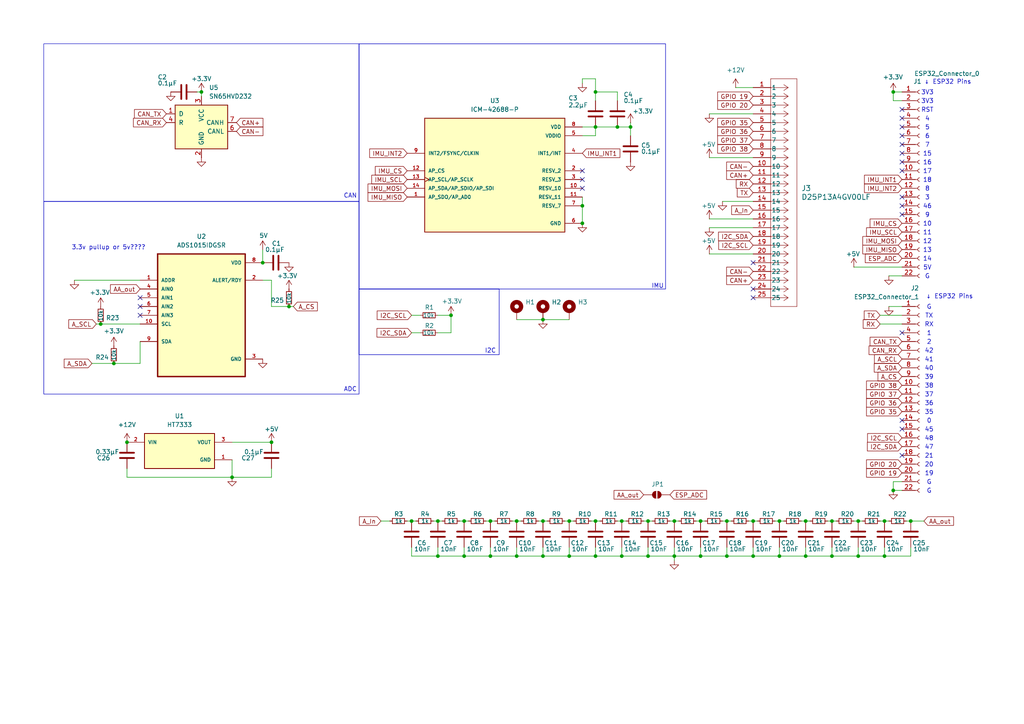
<source format=kicad_sch>
(kicad_sch (version 20231120) (generator "eeschema") (generator_version "8.0")
  (paper "A4")
  (title_block (title "SSS_HAT") (date "2024-11-05") (rev "1.0") (company "Dallas Formula Racing") (comment 1 "By: Will Everson"))
  (junction (at 259.08 26.67))
  (junction (at 195.58 161.29))
  (junction (at 67.31 138.43))
  (junction (at 218.44 151.13))
  (junction (at 210.82 161.29))
  (junction (at 172.72 161.29))
  (junction (at 149.86 151.13))
  (junction (at 172.72 26.67))
  (junction (at 256.54 161.29))
  (junction (at 264.16 151.13))
  (junction (at 83.82 88.9))
  (junction (at 180.34 151.13))
  (junction (at 248.92 161.29))
  (junction (at 142.24 161.29))
  (junction (at 119.38 151.13))
  (junction (at 172.72 151.13))
  (junction (at 58.42 26.67))
  (junction (at 180.34 161.29))
  (junction (at 172.72 36.83))
  (junction (at 127 161.29))
  (junction (at 195.58 151.13))
  (junction (at 241.3 161.29))
  (junction (at 187.96 161.29))
  (junction (at 127 151.13))
  (junction (at 241.3 151.13))
  (junction (at 165.1 151.13))
  (junction (at 157.48 161.29))
  (junction (at 248.92 151.13))
  (junction (at 165.1 161.29))
  (junction (at 134.62 161.29))
  (junction (at 182.88 36.83))
  (junction (at 233.68 151.13))
  (junction (at 226.06 151.13))
  (junction (at 149.86 161.29))
  (junction (at 259.08 142.24))
  (junction (at 157.48 151.13))
  (junction (at 256.54 151.13))
  (junction (at 168.91 64.77))
  (junction (at 36.83 128.27))
  (junction (at 218.44 161.29))
  (junction (at 157.48 92.71))
  (junction (at 78.74 128.27))
  (junction (at 210.82 151.13))
  (junction (at 142.24 151.13))
  (junction (at 168.91 59.69))
  (junction (at 179.07 36.83))
  (junction (at 226.06 161.29))
  (junction (at 130.81 91.44))
  (junction (at 76.2 76.2))
  (junction (at 203.2 161.29))
  (junction (at 233.68 161.29))
  (junction (at 187.96 151.13))
  (junction (at 203.2 151.13))
  (junction (at 33.02 105.41))
  (junction (at 134.62 151.13))
  (junction (at 29.21 93.98))
  (no_connect (at 261.62 132.08))
  (no_connect (at 40.64 86.36))
  (no_connect (at 168.91 49.53))
  (no_connect (at 261.62 31.75))
  (no_connect (at 40.64 91.44))
  (no_connect (at 168.91 52.07))
  (no_connect (at 218.44 83.82))
  (no_connect (at 261.62 39.37))
  (no_connect (at 261.62 57.15))
  (no_connect (at 261.62 41.91))
  (no_connect (at 261.62 62.23))
  (no_connect (at 261.62 49.53))
  (no_connect (at 168.91 54.61))
  (no_connect (at 261.62 46.99))
  (no_connect (at 261.62 124.46))
  (no_connect (at 261.62 44.45))
  (no_connect (at 261.62 59.69))
  (no_connect (at 218.44 76.2))
  (no_connect (at 261.62 121.92))
  (no_connect (at 261.62 34.29))
  (no_connect (at 218.44 86.36))
  (no_connect (at 261.62 96.52))
  (no_connect (at 40.64 88.9))
  (no_connect (at 261.62 36.83))
  (wire (pts (xy 133.35 151.13) (xy 134.62 151.13)))
  (wire (pts (xy 172.72 26.67) (xy 179.07 26.67)))
  (wire (pts (xy 125.73 151.13) (xy 127 151.13)))
  (wire (pts (xy 248.92 158.75) (xy 248.92 161.29)))
  (wire (pts (xy 172.72 161.29) (xy 165.1 161.29)))
  (wire (pts (xy 127 96.52) (xy 130.81 96.52)))
  (wire (pts (xy 165.1 161.29) (xy 157.48 161.29)))
  (wire (pts (xy 67.31 138.43) (xy 78.74 138.43)))
  (wire (pts (xy 149.86 151.13) (xy 151.13 151.13)))
  (wire (pts (xy 205.74 73.66) (xy 218.44 73.66)))
  (wire (pts (xy 156.21 151.13) (xy 157.48 151.13)))
  (wire (pts (xy 140.97 151.13) (xy 142.24 151.13)))
  (wire (pts (xy 203.2 158.75) (xy 203.2 161.29)))
  (wire (pts (xy 264.16 151.13) (xy 262.89 151.13)))
  (wire (pts (xy 58.42 27.94) (xy 58.42 26.67)))
  (wire (pts (xy 201.93 151.13) (xy 203.2 151.13)))
  (wire (pts (xy 179.07 36.83) (xy 172.72 36.83)))
  (wire (pts (xy 27.94 93.98) (xy 29.21 93.98)))
  (wire (pts (xy 203.2 151.13) (xy 204.47 151.13)))
  (wire (pts (xy 217.17 151.13) (xy 218.44 151.13)))
  (wire (pts (xy 148.59 151.13) (xy 149.86 151.13)))
  (wire (pts (xy 264.16 158.75) (xy 264.16 161.29)))
  (wire (pts (xy 119.38 91.44) (xy 121.92 91.44)))
  (wire (pts (xy 233.68 161.29) (xy 226.06 161.29)))
  (wire (pts (xy 134.62 158.75) (xy 134.62 161.29)))
  (wire (pts (xy 142.24 161.29) (xy 134.62 161.29)))
  (wire (pts (xy 248.92 151.13) (xy 250.19 151.13)))
  (wire (pts (xy 261.62 139.7) (xy 259.08 139.7)))
  (wire (pts (xy 142.24 151.13) (xy 143.51 151.13)))
  (wire (pts (xy 259.08 139.7) (xy 259.08 142.24)))
  (wire (pts (xy 180.34 161.29) (xy 172.72 161.29)))
  (wire (pts (xy 218.44 161.29) (xy 210.82 161.29)))
  (wire (pts (xy 264.16 151.13) (xy 267.97 151.13)))
  (wire (pts (xy 241.3 158.75) (xy 241.3 161.29)))
  (wire (pts (xy 218.44 151.13) (xy 219.71 151.13)))
  (wire (pts (xy 179.07 151.13) (xy 180.34 151.13)))
  (wire (pts (xy 163.83 151.13) (xy 165.1 151.13)))
  (wire (pts (xy 26.67 105.41) (xy 33.02 105.41)))
  (wire (pts (xy 83.82 88.9) (xy 78.74 88.9)))
  (wire (pts (xy 264.16 161.29) (xy 256.54 161.29)))
  (wire (pts (xy 186.69 151.13) (xy 187.96 151.13)))
  (wire (pts (xy 40.64 105.41) (xy 40.64 99.06)))
  (wire (pts (xy 36.83 135.89) (xy 36.83 138.43)))
  (wire (pts (xy 157.48 161.29) (xy 149.86 161.29)))
  (wire (pts (xy 259.08 142.24) (xy 261.62 142.24)))
  (wire (pts (xy 233.68 151.13) (xy 234.95 151.13)))
  (wire (pts (xy 171.45 151.13) (xy 172.72 151.13)))
  (wire (pts (xy 213.36 25.4) (xy 218.44 25.4)))
  (wire (pts (xy 210.82 158.75) (xy 210.82 161.29)))
  (wire (pts (xy 130.81 96.52) (xy 130.81 91.44)))
  (wire (pts (xy 210.82 161.29) (xy 203.2 161.29)))
  (wire (pts (xy 172.72 29.21) (xy 172.72 26.67)))
  (wire (pts (xy 33.02 105.41) (xy 40.64 105.41)))
  (wire (pts (xy 127 161.29) (xy 119.38 161.29)))
  (wire (pts (xy 127 158.75) (xy 127 161.29)))
  (wire (pts (xy 240.03 151.13) (xy 241.3 151.13)))
  (wire (pts (xy 78.74 81.28) (xy 78.74 88.9)))
  (wire (pts (xy 119.38 151.13) (xy 120.65 151.13)))
  (wire (pts (xy 149.86 158.75) (xy 149.86 161.29)))
  (wire (pts (xy 259.08 26.67) (xy 261.62 26.67)))
  (wire (pts (xy 205.74 33.02) (xy 218.44 33.02)))
  (wire (pts (xy 149.86 92.71) (xy 157.48 92.71)))
  (wire (pts (xy 257.81 88.9) (xy 261.62 88.9)))
  (wire (pts (xy 168.91 39.37) (xy 172.72 39.37)))
  (wire (pts (xy 241.3 151.13) (xy 242.57 151.13)))
  (wire (pts (xy 134.62 151.13) (xy 135.89 151.13)))
  (wire (pts (xy 195.58 161.29) (xy 195.58 162.56)))
  (wire (pts (xy 157.48 151.13) (xy 158.75 151.13)))
  (wire (pts (xy 233.68 158.75) (xy 233.68 161.29)))
  (wire (pts (xy 224.79 151.13) (xy 226.06 151.13)))
  (wire (pts (xy 168.91 22.86) (xy 168.91 24.13)))
  (wire (pts (xy 149.86 161.29) (xy 142.24 161.29)))
  (wire (pts (xy 134.62 161.29) (xy 127 161.29)))
  (wire (pts (xy 165.1 151.13) (xy 166.37 151.13)))
  (wire (pts (xy 127 151.13) (xy 128.27 151.13)))
  (wire (pts (xy 172.72 151.13) (xy 173.99 151.13)))
  (wire (pts (xy 255.27 91.44) (xy 261.62 91.44)))
  (wire (pts (xy 182.88 35.56) (xy 182.88 36.83)))
  (wire (pts (xy 187.96 158.75) (xy 187.96 161.29)))
  (wire (pts (xy 165.1 158.75) (xy 165.1 161.29)))
  (wire (pts (xy 226.06 158.75) (xy 226.06 161.29)))
  (wire (pts (xy 195.58 161.29) (xy 195.58 158.75)))
  (wire (pts (xy 205.74 66.04) (xy 218.44 66.04)))
  (wire (pts (xy 172.72 22.86) (xy 168.91 22.86)))
  (wire (pts (xy 259.08 29.21) (xy 259.08 26.67)))
  (wire (pts (xy 187.96 161.29) (xy 195.58 161.29)))
  (wire (pts (xy 67.31 133.35) (xy 67.31 138.43)))
  (wire (pts (xy 127 91.44) (xy 130.81 91.44)))
  (wire (pts (xy 187.96 161.29) (xy 180.34 161.29)))
  (wire (pts (xy 157.48 92.71) (xy 165.1 92.71)))
  (wire (pts (xy 78.74 81.28) (xy 76.2 81.28)))
  (wire (pts (xy 182.88 36.83) (xy 182.88 39.37)))
  (wire (pts (xy 194.31 151.13) (xy 195.58 151.13)))
  (wire (pts (xy 168.91 57.15) (xy 168.91 59.69)))
  (wire (pts (xy 255.27 93.98) (xy 261.62 93.98)))
  (wire (pts (xy 205.74 63.5) (xy 218.44 63.5)))
  (wire (pts (xy 110.49 151.13) (xy 113.03 151.13)))
  (wire (pts (xy 248.92 161.29) (xy 241.3 161.29)))
  (wire (pts (xy 172.72 158.75) (xy 172.72 161.29)))
  (wire (pts (xy 255.27 151.13) (xy 256.54 151.13)))
  (wire (pts (xy 241.3 161.29) (xy 233.68 161.29)))
  (wire (pts (xy 247.65 77.47) (xy 261.62 77.47)))
  (wire (pts (xy 205.74 45.72) (xy 218.44 45.72)))
  (wire (pts (xy 195.58 151.13) (xy 196.85 151.13)))
  (wire (pts (xy 256.54 161.29) (xy 248.92 161.29)))
  (wire (pts (xy 78.74 138.43) (xy 78.74 135.89)))
  (wire (pts (xy 119.38 96.52) (xy 121.92 96.52)))
  (wire (pts (xy 182.88 36.83) (xy 179.07 36.83)))
  (wire (pts (xy 76.2 72.39) (xy 76.2 76.2)))
  (wire (pts (xy 142.24 158.75) (xy 142.24 161.29)))
  (wire (pts (xy 209.55 151.13) (xy 210.82 151.13)))
  (wire (pts (xy 58.42 26.67) (xy 57.15 26.67)))
  (wire (pts (xy 40.64 81.28) (xy 21.59 81.28)))
  (wire (pts (xy 119.38 161.29) (xy 119.38 158.75)))
  (wire (pts (xy 172.72 26.67) (xy 172.72 22.86)))
  (wire (pts (xy 210.82 151.13) (xy 212.09 151.13)))
  (wire (pts (xy 187.96 151.13) (xy 189.23 151.13)))
  (wire (pts (xy 257.81 80.01) (xy 261.62 80.01)))
  (wire (pts (xy 29.21 93.98) (xy 40.64 93.98)))
  (wire (pts (xy 172.72 36.83) (xy 168.91 36.83)))
  (wire (pts (xy 180.34 158.75) (xy 180.34 161.29)))
  (wire (pts (xy 85.09 88.9) (xy 83.82 88.9)))
  (wire (pts (xy 232.41 151.13) (xy 233.68 151.13)))
  (wire (pts (xy 261.62 29.21) (xy 259.08 29.21)))
  (wire (pts (xy 67.31 128.27) (xy 78.74 128.27)))
  (wire (pts (xy 203.2 161.29) (xy 195.58 161.29)))
  (wire (pts (xy 256.54 158.75) (xy 256.54 161.29)))
  (wire (pts (xy 209.55 58.42) (xy 218.44 58.42)))
  (wire (pts (xy 168.91 59.69) (xy 168.91 64.77)))
  (wire (pts (xy 218.44 158.75) (xy 218.44 161.29)))
  (wire (pts (xy 172.72 36.83) (xy 172.72 39.37)))
  (wire (pts (xy 226.06 161.29) (xy 218.44 161.29)))
  (wire (pts (xy 256.54 151.13) (xy 257.81 151.13)))
  (wire (pts (xy 118.11 151.13) (xy 119.38 151.13)))
  (wire (pts (xy 157.48 158.75) (xy 157.48 161.29)))
  (wire (pts (xy 180.34 151.13) (xy 181.61 151.13)))
  (wire (pts (xy 36.83 138.43) (xy 67.31 138.43)))
  (wire (pts (xy 179.07 26.67) (xy 179.07 29.21)))
  (wire (pts (xy 226.06 151.13) (xy 227.33 151.13)))
  (wire (pts (xy 247.65 151.13) (xy 248.92 151.13)))
  (rectangle (start 12.7 58.42) (end 104.14 114.3))
  (rectangle (start 104.14 83.82) (end 144.78 102.87))
  (rectangle (start 12.7 12.7) (end 104.14 58.42) (stroke (width 0.127)))
  (rectangle (start 104.14 12.7) (end 193.04 83.82))
  (text "47" (at 269.494 129.794 0) (effects (font (size 1.27 1.27))))
  (text "45" (at 269.494 124.714 0) (effects (font (size 1.27 1.27))))
  (text "1" (at 269.494 96.774 0) (effects (font (size 1.27 1.27))))
  (text "35" (at 269.494 119.634 0) (effects (font (size 1.27 1.27))))
  (text "37" (at 269.494 114.554 0) (effects (font (size 1.27 1.27))))
  (text "42" (at 269.494 101.854 0) (effects (font (size 1.27 1.27))))
  (text "↓ ESP32 Pins\n" (at 274.828 23.876 0) (effects (font (size 1.27 1.27))))
  (text "7" (at 268.986 42.164 0) (effects (font (size 1.27 1.27))))
  (text "3V3" (at 268.986 26.924 0) (effects (font (size 1.27 1.27))))
  (text "48" (at 269.494 127.254 0) (effects (font (size 1.27 1.27))))
  (text "3.3v pullup or 5v????" (at 31.496 71.882 0) (effects (font (size 1.27 1.27))))
  (text "38" (at 269.494 112.014 0) (effects (font (size 1.27 1.27))))
  (text "3" (at 268.986 57.404 0) (effects (font (size 1.27 1.27))))
  (text "20" (at 269.494 134.874 0) (effects (font (size 1.27 1.27))))
  (text "36" (at 269.494 117.094 0) (effects (font (size 1.27 1.27))))
  (text "G" (at 269.494 139.954 0) (effects (font (size 1.27 1.27))))
  (text "14" (at 268.986 75.184 0) (effects (font (size 1.27 1.27))))
  (text "TX" (at 269.494 91.694 0) (effects (font (size 1.27 1.27))))
  (text "RX" (at 269.494 94.234 0) (effects (font (size 1.27 1.27))))
  (text "G\n" (at 269.494 89.154 0) (effects (font (size 1.27 1.27))))
  (text "18" (at 268.986 52.324 0) (effects (font (size 1.27 1.27))))
  (text "16" (at 268.986 47.244 0) (effects (font (size 1.27 1.27))))
  (text "↓ ESP32 Pins\n" (at 275.336 86.106 0) (effects (font (size 1.27 1.27))))
  (text "41" (at 269.494 104.394 0) (effects (font (size 1.27 1.27))))
  (text "5" (at 268.986 37.084 0) (effects (font (size 1.27 1.27))))
  (text "3V3" (at 268.986 29.464 0) (effects (font (size 1.27 1.27))))
  (text "39" (at 269.494 109.474 0) (effects (font (size 1.27 1.27))))
  (text "5V" (at 268.986 77.724 0) (effects (font (size 1.27 1.27))))
  (text "10" (at 268.986 65.024 0) (effects (font (size 1.27 1.27))))
  (text "0" (at 269.494 122.174 0) (effects (font (size 1.27 1.27))))
  (text "ADC" (at 101.6 113.03 0) (effects (font (size 1.27 1.27))))
  (text "I2C" (at 142.24 101.854 0) (effects (font (size 1.27 1.27))))
  (text "8" (at 268.986 54.864 0) (effects (font (size 1.27 1.27))))
  (text "CAN" (at 101.6 56.896 0) (effects (font (size 1.27 1.27))))
  (text "9" (at 268.986 62.484 0) (effects (font (size 1.27 1.27))))
  (text "15" (at 268.986 44.704 0) (effects (font (size 1.27 1.27))))
  (text "19" (at 269.494 137.414 0) (effects (font (size 1.27 1.27))))
  (text "11" (at 268.986 67.564 0) (effects (font (size 1.27 1.27))))
  (text "2" (at 269.494 99.314 0) (effects (font (size 1.27 1.27))))
  (text "17" (at 268.986 49.784 0) (effects (font (size 1.27 1.27))))
  (text "21" (at 269.494 132.334 0) (effects (font (size 1.27 1.27))))
  (text "40" (at 269.494 106.934 0) (effects (font (size 1.27 1.27))))
  (text "G" (at 269.494 142.494 0) (effects (font (size 1.27 1.27))))
  (text "6" (at 268.986 39.624 0) (effects (font (size 1.27 1.27))))
  (text "4" (at 268.986 34.544 0) (effects (font (size 1.27 1.27))))
  (text "12" (at 268.986 70.104 0) (effects (font (size 1.27 1.27))))
  (text "13" (at 268.986 72.644 0) (effects (font (size 1.27 1.27))))
  (text "IMU" (at 190.754 83.058 0) (effects (font (size 1.27 1.27))))
  (text "46" (at 268.986 59.944 0) (effects (font (size 1.27 1.27))))
  (text "RST" (at 268.986 32.004 0) (effects (font (size 1.27 1.27))))
  (text "G" (at 268.986 80.264 0) (effects (font (size 1.27 1.27))))
  (global_label "IMU_MOSI" (shape input) (at 118.11 54.61 180) (property "Intersheetrefs" "${INTERSHEET_REFS}" (effects (hide yes))))
  (global_label "GPIO 37" (shape input) (at 261.62 114.3 180) (property "Intersheetrefs" "${INTERSHEET_REFS}" (effects (hide yes))))
  (global_label "CAN_RX" (shape input) (at 48.26 35.56 180) (property "Intersheetrefs" "${INTERSHEET_REFS}" (effects (hide yes))))
  (global_label "IMU_MOSI" (shape input) (at 261.62 69.85 180) (property "Intersheetrefs" "${INTERSHEET_REFS}" (effects (hide yes))))
  (global_label "I2C_SDA" (shape input) (at 218.44 68.58 180) (property "Intersheetrefs" "${INTERSHEET_REFS}" (effects (hide yes))))
  (global_label "IMU_INT2" (shape input) (at 261.62 54.61 180) (property "Intersheetrefs" "${INTERSHEET_REFS}" (effects (hide yes))))
  (global_label "ESP_ADC" (shape input) (at 261.62 74.93 180) (property "Intersheetrefs" "${INTERSHEET_REFS}" (effects (hide yes))))
  (global_label "TX" (shape input) (at 218.44 55.88 180) (property "Intersheetrefs" "${INTERSHEET_REFS}" (effects (hide yes))))
  (global_label "TX" (shape input) (at 255.27 91.44 180) (property "Intersheetrefs" "${INTERSHEET_REFS}" (effects (hide yes))))
  (global_label "GPIO 20" (shape input) (at 218.44 30.48 180) (property "Intersheetrefs" "${INTERSHEET_REFS}" (effects (hide yes))))
  (global_label "RX" (shape input) (at 255.27 93.98 180) (property "Intersheetrefs" "${INTERSHEET_REFS}" (effects (hide yes))))
  (global_label "I2C_SCL" (shape input) (at 119.38 91.44 180) (property "Intersheetrefs" "${INTERSHEET_REFS}" (effects (hide yes))))
  (global_label "CAN-" (shape input) (at 68.58 38.1 0) (property "Intersheetrefs" "${INTERSHEET_REFS}" (effects (hide yes))))
  (global_label "CAN+" (shape input) (at 68.58 35.56 0) (property "Intersheetrefs" "${INTERSHEET_REFS}" (effects (hide yes))))
  (global_label "A_CS" (shape input) (at 261.62 109.22 180) (property "Intersheetrefs" "${INTERSHEET_REFS}" (effects (hide yes))))
  (global_label "A_In" (shape input) (at 110.49 151.13 180) (property "Intersheetrefs" "${INTERSHEET_REFS}" (effects (hide yes))))
  (global_label "CAN+" (shape input) (at 218.44 50.8 180) (property "Intersheetrefs" "${INTERSHEET_REFS}" (effects (hide yes))))
  (global_label "GPIO 36" (shape input) (at 261.62 116.84 180) (property "Intersheetrefs" "${INTERSHEET_REFS}" (effects (hide yes))))
  (global_label "CAN+" (shape input) (at 218.44 81.28 180) (property "Intersheetrefs" "${INTERSHEET_REFS}" (effects (hide yes))))
  (global_label "IMU_INT1" (shape input) (at 261.62 52.07 180) (property "Intersheetrefs" "${INTERSHEET_REFS}" (effects (hide yes))))
  (global_label "IMU_SCL" (shape input) (at 261.62 67.31 180) (property "Intersheetrefs" "${INTERSHEET_REFS}" (effects (hide yes))))
  (global_label "CAN_TX" (shape input) (at 261.62 99.06 180) (property "Intersheetrefs" "${INTERSHEET_REFS}" (effects (hide yes))))
  (global_label "IMU_INT1" (shape input) (at 168.91 44.45 0) (property "Intersheetrefs" "${INTERSHEET_REFS}" (effects (hide yes))))
  (global_label "A_SCL" (shape input) (at 27.94 93.98 180) (property "Intersheetrefs" "${INTERSHEET_REFS}" (effects (hide yes))))
  (global_label "AA_out" (shape input) (at 267.97 151.13 0) (property "Intersheetrefs" "${INTERSHEET_REFS}" (effects (hide yes))))
  (global_label "IMU_MISO" (shape input) (at 118.11 57.15 180) (property "Intersheetrefs" "${INTERSHEET_REFS}" (effects (hide yes))))
  (global_label "AA_out" (shape input) (at 186.69 143.51 180) (property "Intersheetrefs" "${INTERSHEET_REFS}" (effects (hide yes))))
  (global_label "IMU_CS" (shape input) (at 261.62 64.77 180) (property "Intersheetrefs" "${INTERSHEET_REFS}" (effects (hide yes))))
  (global_label "GPIO 19" (shape input) (at 261.62 137.16 180) (property "Intersheetrefs" "${INTERSHEET_REFS}" (effects (hide yes))))
  (global_label "IMU_INT2" (shape input) (at 118.11 44.45 180) (property "Intersheetrefs" "${INTERSHEET_REFS}" (effects (hide yes))))
  (global_label "A_In" (shape input) (at 218.44 60.96 180) (property "Intersheetrefs" "${INTERSHEET_REFS}" (effects (hide yes))))
  (global_label "A_SCL" (shape input) (at 261.62 104.14 180) (property "Intersheetrefs" "${INTERSHEET_REFS}" (effects (hide yes))))
  (global_label "IMU_CS" (shape input) (at 118.11 49.53 180) (property "Intersheetrefs" "${INTERSHEET_REFS}" (effects (hide yes))))
  (global_label "A_CS" (shape input) (at 85.09 88.9 0) (property "Intersheetrefs" "${INTERSHEET_REFS}" (effects (hide yes))))
  (global_label "GPIO 20" (shape input) (at 261.62 134.62 180) (property "Intersheetrefs" "${INTERSHEET_REFS}" (effects (hide yes))))
  (global_label "CAN_TX" (shape input) (at 48.26 33.02 180) (property "Intersheetrefs" "${INTERSHEET_REFS}" (effects (hide yes))))
  (global_label "GPIO 38" (shape input) (at 261.62 111.76 180) (property "Intersheetrefs" "${INTERSHEET_REFS}" (effects (hide yes))))
  (global_label "I2C_SDA" (shape input) (at 261.62 129.54 180) (property "Intersheetrefs" "${INTERSHEET_REFS}" (effects (hide yes))))
  (global_label "GPIO 36" (shape input) (at 218.44 38.1 180) (property "Intersheetrefs" "${INTERSHEET_REFS}" (effects (hide yes))))
  (global_label "A_SDA" (shape input) (at 261.62 106.68 180) (property "Intersheetrefs" "${INTERSHEET_REFS}" (effects (hide yes))))
  (global_label "GPIO 35" (shape input) (at 261.62 119.38 180) (property "Intersheetrefs" "${INTERSHEET_REFS}" (effects (hide yes))))
  (global_label "IMU_SCL" (shape input) (at 118.11 52.07 180) (property "Intersheetrefs" "${INTERSHEET_REFS}" (effects (hide yes))))
  (global_label "GPIO 19" (shape input) (at 218.44 27.94 180) (property "Intersheetrefs" "${INTERSHEET_REFS}" (effects (hide yes))))
  (global_label "GPIO 37" (shape input) (at 218.44 40.64 180) (property "Intersheetrefs" "${INTERSHEET_REFS}" (effects (hide yes))))
  (global_label "CAN_RX" (shape input) (at 261.62 101.6 180) (property "Intersheetrefs" "${INTERSHEET_REFS}" (effects (hide yes))))
  (global_label "CAN-" (shape input) (at 218.44 78.74 180) (property "Intersheetrefs" "${INTERSHEET_REFS}" (effects (hide yes))))
  (global_label "GPIO 38" (shape input) (at 218.44 43.18 180) (property "Intersheetrefs" "${INTERSHEET_REFS}" (effects (hide yes))))
  (global_label "RX" (shape input) (at 218.44 53.34 180) (property "Intersheetrefs" "${INTERSHEET_REFS}" (effects (hide yes))))
  (global_label "GPIO 35" (shape input) (at 218.44 35.56 180) (property "Intersheetrefs" "${INTERSHEET_REFS}" (effects (hide yes))))
  (global_label "I2C_SDA" (shape input) (at 119.38 96.52 180) (property "Intersheetrefs" "${INTERSHEET_REFS}" (effects (hide yes))))
  (global_label "IMU_MISO" (shape input) (at 261.62 72.39 180) (property "Intersheetrefs" "${INTERSHEET_REFS}" (effects (hide yes))))
  (global_label "I2C_SCL" (shape input) (at 261.62 127 180) (property "Intersheetrefs" "${INTERSHEET_REFS}" (effects (hide yes))))
  (global_label "CAN-" (shape input) (at 218.44 48.26 180) (property "Intersheetrefs" "${INTERSHEET_REFS}" (effects (hide yes))))
  (global_label "ESP_ADC" (shape input) (at 194.31 143.51 0) (property "Intersheetrefs" "${INTERSHEET_REFS}" (effects (hide yes))))
  (global_label "A_SDA" (shape input) (at 26.67 105.41 180) (property "Intersheetrefs" "${INTERSHEET_REFS}" (effects (hide yes))))
  (global_label "AA_out" (shape input) (at 40.64 83.82 180) (property "Intersheetrefs" "${INTERSHEET_REFS}" (effects (hide yes))))
  (global_label "I2C_SCL" (shape input) (at 218.44 71.12 180) (property "Intersheetrefs" "${INTERSHEET_REFS}" (effects (hide yes))))
  (symbol (lib_id "power:GND") (at 76.2 104.14 0) (unit 1)
    (property "Reference" "#PWR018" (effects (hide yes)))
    (property "Value" "GND" (effects (hide yes)))
  )
  (symbol (lib_id "power:GND") (at 259.08 142.24 0) (unit 1)
    (property "Reference" "#PWR013" (effects (hide yes)))
    (property "Value" "GND" (effects (hide yes)))
  )
  (symbol (lib_id "power:+3.3V") (at 76.2 72.39 0) (unit 1)
    (property "Reference" "#PWR015" (effects (hide yes)))
    (property "Value" "5V" (at 76.454 68.326 0))
  )
  (symbol (lib_id "Device:C") (at 203.2 154.94 180) (unit 1)
    (property "Reference" "C17" (at 207.518 157.48 0) (effects (justify left)))
    (property "Value" "10nF" (at 208.788 159.258 0) (effects (justify left)))
    (property "Footprint" "Capacitor_SMD:C_0201_0603Metric" (effects (hide yes)))
    (property "Description" "Unpolarized capacitor" (effects (hide yes)))
  )
  (symbol (lib_id "Connector:Conn_01x22_Socket") (at 266.7 52.07 0) (unit 1)
    (property "Reference" "J1" (at 264.922 23.622 0) (effects (justify left)))
    (property "Value" "ESP32_Connector_0" (at 265.176 21.336 0) (effects (justify left)))
    (property "Footprint" "Connector_PinSocket_2.54mm:PinSocket_1x22_P2.54mm_Vertical" (effects (hide yes)))
    (property "Description" "Generic connector, single row, 01x22, script generated" (effects (hide yes)))
  )
  (symbol (lib_id "Device:R_Small") (at 229.87 151.13 270) (unit 1)
    (property "Reference" "R18" (at 228.6 149.098 90) (effects (justify left)))
    (property "Value" "1k" (at 228.854 151.13 90) (effects (font (size 1.143 1.143)) (justify left)))
    (property "Footprint" "Capacitor_SMD:C_0201_0603Metric" (effects (hide yes)))
    (property "JLCpart#" "C2906988" (effects (hide yes)))
  )
  (symbol (lib_id "Device:R_Small") (at 138.43 151.13 270) (unit 1)
    (property "Reference" "R6" (at 137.16 149.098 90) (effects (justify left)))
    (property "Value" "1k" (at 137.414 151.13 90) (effects (font (size 1.143 1.143)) (justify left)))
    (property "Footprint" "Capacitor_SMD:C_0201_0603Metric" (effects (hide yes)))
    (property "JLCpart#" "C2906988" (effects (hide yes)))
  )
  (symbol (lib_id "Device:C") (at 264.16 154.94 180) (unit 1)
    (property "Reference" "C25" (at 268.478 157.48 0) (effects (justify left)))
    (property "Value" "10nF" (at 269.748 159.258 0) (effects (justify left)))
    (property "Footprint" "Capacitor_SMD:C_0201_0603Metric" (effects (hide yes)))
    (property "Description" "Unpolarized capacitor" (effects (hide yes)))
  )
  (symbol (lib_id "Device:R_Small") (at 168.91 151.13 270) (unit 1)
    (property "Reference" "R10" (at 167.64 149.098 90) (effects (justify left)))
    (property "Value" "1k" (at 167.894 151.13 90) (effects (font (size 1.143 1.143)) (justify left)))
    (property "Footprint" "Capacitor_SMD:C_0201_0603Metric" (effects (hide yes)))
    (property "JLCpart#" "C2906988" (effects (hide yes)))
  )
  (symbol (lib_id "power:GND") (at 205.74 33.02 0) (unit 1)
    (property "Reference" "#PWR020" (effects (hide yes)))
    (property "Value" "GND" (effects (hide yes)))
  )
  (symbol (lib_id "Device:R_Small") (at 124.46 96.52 270) (unit 1)
    (property "Reference" "R2" (at 123.19 94.488 90) (effects (justify left)))
    (property "Value" "10k" (at 122.682 96.52 90) (effects (font (size 1.143 1.143)) (justify left)))
    (property "Footprint" "Resistor_SMD:R_0402_1005Metric_Pad0.72x0.64mm_HandSolder" (effects (hide yes)))
    (property "JLCpart#" "C2906988" (effects (hide yes)))
  )
  (symbol (lib_id "Mechanical:MountingHole_Pad") (at 165.1 90.17 0) (unit 1) (exclude_from_sim yes) (in_bom no)
    (property "Reference" "H3" (at 167.64 87.6299 0) (effects (justify left)))
    (property "Value" "MountingHole_Pad" (effects (hide yes)))
    (property "Footprint" "MountingHole:MountingHole_2.2mm_M2_Pad_TopOnly" (effects (hide yes)))
    (property "Description" "Mounting Hole with connection" (effects (hide yes)))
  )
  (symbol (lib_id "Interface_CAN_LIN:SN65HVD232") (at 58.42 35.56 0) (unit 1)
    (property "Reference" "U5" (at 60.6141 25.4 0) (effects (justify left)))
    (property "Value" "SN65HVD232" (at 60.6141 27.94 0) (effects (justify left)))
    (property "Footprint" "Package_SO:SOIC-8_3.9x4.9mm_P1.27mm" (effects (hide yes)))
    (property "Datasheet" "http://www.ti.com/lit/ds/symlink/sn65hvd230.pdf" (effects (hide yes)))
    (property "Description" "CAN Bus Transceivers, 3.3V, 1Mbps, SOIC-8" (effects (hide yes)))
  )
  (symbol (lib_id "Device:R_Small") (at 123.19 151.13 270) (unit 1)
    (property "Reference" "R4" (at 121.92 149.098 90) (effects (justify left)))
    (property "Value" "1k" (at 122.174 151.13 90) (effects (font (size 1.143 1.143)) (justify left)))
    (property "Footprint" "Capacitor_SMD:C_0201_0603Metric" (effects (hide yes)))
    (property "JLCpart#" "C2906988" (effects (hide yes)))
  )
  (symbol (lib_id "power:+12V") (at 36.83 128.27 0) (unit 1)
    (property "Reference" "#PWR023" (effects (hide yes)))
    (property "Value" "+12V" (at 36.83 123.19 0))
    (property "Description" "Power symbol creates a global label with name \"+12V\"" (effects (hide yes)))
  )
  (symbol (lib_id "Device:C") (at 172.72 154.94 180) (unit 1)
    (property "Reference" "C13" (at 177.038 157.48 0) (effects (justify left)))
    (property "Value" "10nF" (at 178.308 159.258 0) (effects (justify left)))
    (property "Footprint" "Capacitor_SMD:C_0201_0603Metric" (effects (hide yes)))
    (property "Description" "Unpolarized capacitor" (effects (hide yes)))
  )
  (symbol (lib_id "Device:C") (at 256.54 154.94 180) (unit 1)
    (property "Reference" "C24" (at 260.858 157.48 0) (effects (justify left)))
    (property "Value" "10nF" (at 262.128 159.258 0) (effects (justify left)))
    (property "Footprint" "Capacitor_SMD:C_0201_0603Metric" (effects (hide yes)))
    (property "Description" "Unpolarized capacitor" (effects (hide yes)))
  )
  (symbol (lib_id "Device:C") (at 80.01 76.2 90) (unit 1)
    (property "Reference" "C1" (at 81.534 70.612 90) (effects (justify left)))
    (property "Value" "0.1μF" (at 82.55 72.39 90) (effects (justify left)))
    (property "Footprint" "Capacitor_SMD:C_0201_0603Metric" (effects (hide yes)))
    (property "Description" "Unpolarized capacitor" (effects (hide yes)))
  )
  (symbol (lib_id "Device:C") (at 187.96 154.94 180) (unit 1)
    (property "Reference" "C15" (at 192.278 157.48 0) (effects (justify left)))
    (property "Value" "10nF" (at 193.548 159.258 0) (effects (justify left)))
    (property "Footprint" "Capacitor_SMD:C_0201_0603Metric" (effects (hide yes)))
    (property "Description" "Unpolarized capacitor" (effects (hide yes)))
  )
  (symbol (lib_id "Device:C") (at 157.48 154.94 180) (unit 1)
    (property "Reference" "C11" (at 161.798 157.48 0) (effects (justify left)))
    (property "Value" "10nF" (at 163.068 159.258 0) (effects (justify left)))
    (property "Footprint" "Capacitor_SMD:C_0201_0603Metric" (effects (hide yes)))
    (property "Description" "Unpolarized capacitor" (effects (hide yes)))
  )
  (symbol (lib_id "Device:C") (at 119.38 154.94 180) (unit 1)
    (property "Reference" "C6" (at 123.698 157.48 0) (effects (justify left)))
    (property "Value" "10nF" (at 124.968 159.258 0) (effects (justify left)))
    (property "Footprint" "Capacitor_SMD:C_0201_0603Metric" (effects (hide yes)))
    (property "Description" "Unpolarized capacitor" (effects (hide yes)))
  )
  (symbol (lib_id "Device:R_Small") (at 260.35 151.13 270) (unit 1)
    (property "Reference" "R22" (at 259.08 149.098 90) (effects (justify left)))
    (property "Value" "1k" (at 259.334 151.13 90) (effects (font (size 1.143 1.143)) (justify left)))
    (property "Footprint" "Capacitor_SMD:C_0201_0603Metric" (effects (hide yes)))
    (property "JLCpart#" "C2906988" (effects (hide yes)))
  )
  (symbol (lib_id "power:+12V") (at 213.36 25.4 0) (unit 1)
    (property "Reference" "#PWR044" (effects (hide yes)))
    (property "Value" "+12V" (at 213.36 20.32 0))
    (property "Description" "Power symbol creates a global label with name \"+12V\"" (effects (hide yes)))
  )
  (symbol (lib_id "Mechanical:MountingHole_Pad") (at 157.48 90.17 0) (unit 1) (exclude_from_sim yes) (in_bom no)
    (property "Reference" "H2" (at 160.02 87.6299 0) (effects (justify left)))
    (property "Value" "MountingHole_Pad" (effects (hide yes)))
    (property "Footprint" "MountingHole:MountingHole_2.2mm_M2_Pad_TopOnly" (effects (hide yes)))
    (property "Description" "Mounting Hole with connection" (effects (hide yes)))
  )
  (symbol (lib_id "Device:R_Small") (at 199.39 151.13 270) (unit 1)
    (property "Reference" "R14" (at 198.12 149.098 90) (effects (justify left)))
    (property "Value" "1k" (at 198.374 151.13 90) (effects (font (size 1.143 1.143)) (justify left)))
    (property "Footprint" "Capacitor_SMD:C_0201_0603Metric" (effects (hide yes)))
    (property "JLCpart#" "C2906988" (effects (hide yes)))
  )
  (symbol (lib_id "Device:R_Small") (at 130.81 151.13 270) (unit 1)
    (property "Reference" "R5" (at 129.54 149.098 90) (effects (justify left)))
    (property "Value" "1k" (at 129.794 151.13 90) (effects (font (size 1.143 1.143)) (justify left)))
    (property "Footprint" "Capacitor_SMD:C_0201_0603Metric" (effects (hide yes)))
    (property "JLCpart#" "C2906988" (effects (hide yes)))
  )
  (symbol (lib_id "Device:R_Small") (at 222.25 151.13 270) (unit 1)
    (property "Reference" "R17" (at 220.98 149.098 90) (effects (justify left)))
    (property "Value" "1k" (at 221.234 151.13 90) (effects (font (size 1.143 1.143)) (justify left)))
    (property "Footprint" "Capacitor_SMD:C_0201_0603Metric" (effects (hide yes)))
    (property "JLCpart#" "C2906988" (effects (hide yes)))
  )
  (symbol (lib_id "Device:C") (at 226.06 154.94 180) (unit 1)
    (property "Reference" "C20" (at 230.378 157.48 0) (effects (justify left)))
    (property "Value" "10nF" (at 231.648 159.258 0) (effects (justify left)))
    (property "Footprint" "Capacitor_SMD:C_0201_0603Metric" (effects (hide yes)))
    (property "Description" "Unpolarized capacitor" (effects (hide yes)))
  )
  (symbol (lib_id "Device:R_Small") (at 83.82 86.36 0) (unit 1)
    (property "Reference" "R25" (at 78.486 87.122 0) (effects (justify left)))
    (property "Value" "10k" (at 83.82 88.138 90) (effects (font (size 1.143 1.143)) (justify left)))
    (property "Footprint" "Capacitor_SMD:C_0201_0603Metric" (effects (hide yes)))
    (property "JLCpart#" "C2906988" (effects (hide yes)))
  )
  (symbol (lib_id "Device:R_Small") (at 207.01 151.13 270) (unit 1)
    (property "Reference" "R15" (at 205.74 149.098 90) (effects (justify left)))
    (property "Value" "1k" (at 205.994 151.13 90) (effects (font (size 1.143 1.143)) (justify left)))
    (property "Footprint" "Capacitor_SMD:C_0201_0603Metric" (effects (hide yes)))
    (property "JLCpart#" "C2906988" (effects (hide yes)))
  )
  (symbol (lib_id "Jumper:SolderJumper_2_Open") (at 190.5 143.51 0) (unit 1) (exclude_from_sim yes) (in_bom no)
    (property "Reference" "JP1" (at 190.754 140.462 0))
    (property "Value" "SolderJumper_2_Open" (effects (hide yes)))
    (property "Footprint" "Jumper:SolderJumper-2_P1.3mm_Open_TrianglePad1.0x1.5mm" (effects (hide yes)))
    (property "Description" "Solder Jumper, 2-pole, open" (effects (hide yes)))
  )
  (symbol (lib_id "power:+3.3V") (at 182.88 35.56 0) (unit 1)
    (property "Reference" "#PWR028" (effects (hide yes)))
    (property "Value" "+3.3V" (at 186.436 32.258 0))
    (property "Description" "Power symbol creates a global label with name \"+3.3V\"" (effects (hide yes)))
  )
  (symbol (lib_id "Device:C") (at 142.24 154.94 180) (unit 1)
    (property "Reference" "C9" (at 146.558 157.48 0) (effects (justify left)))
    (property "Value" "10nF" (at 147.828 159.258 0) (effects (justify left)))
    (property "Footprint" "Capacitor_SMD:C_0201_0603Metric" (effects (hide yes)))
    (property "Description" "Unpolarized capacitor" (effects (hide yes)))
  )
  (symbol (lib_id "Device:R_Small") (at 252.73 151.13 270) (unit 1)
    (property "Reference" "R21" (at 251.46 149.098 90) (effects (justify left)))
    (property "Value" "1k" (at 251.714 151.13 90) (effects (font (size 1.143 1.143)) (justify left)))
    (property "Footprint" "Capacitor_SMD:C_0201_0603Metric" (effects (hide yes)))
    (property "JLCpart#" "C2906988" (effects (hide yes)))
  )
  (symbol (lib_name "GND_1") (lib_id "power:GND") (at 49.53 26.67 0) (unit 1)
    (property "Reference" "#PWR02" (effects (hide yes)))
    (property "Value" "GND" (effects (hide yes)))
    (property "Description" "Power symbol creates a global label with name \"GND\" , ground" (effects (hide yes)))
  )
  (symbol (lib_id "Device:C") (at 248.92 154.94 180) (unit 1)
    (property "Reference" "C23" (at 253.238 157.48 0) (effects (justify left)))
    (property "Value" "10nF" (at 254.508 159.258 0) (effects (justify left)))
    (property "Footprint" "Capacitor_SMD:C_0201_0603Metric" (effects (hide yes)))
    (property "Description" "Unpolarized capacitor" (effects (hide yes)))
  )
  (symbol (lib_name "+5V_2") (lib_id "power:+5V") (at 58.42 26.67 0) (unit 1)
    (property "Reference" "#PWR033" (effects (hide yes)))
    (property "Value" "+3.3V" (at 58.42 22.86 0))
    (property "Description" "Power symbol creates a global label with name \"+5V\"" (effects (hide yes)))
  )
  (symbol (lib_id "power:GND") (at 195.58 162.56 0) (unit 1)
    (property "Reference" "#PWR025" (effects (hide yes)))
    (property "Value" "GND" (effects (hide yes)))
  )
  (symbol (lib_id "power:GND") (at 83.82 76.2 0) (unit 1)
    (property "Reference" "#PWR017" (effects (hide yes)))
    (property "Value" "GND" (effects (hide yes)))
  )
  (symbol (lib_id "power:+5V") (at 78.74 128.27 0) (unit 1)
    (property "Reference" "#PWR024" (effects (hide yes)))
    (property "Value" "+5V" (at 78.74 124.46 0))
  )
  (symbol (lib_id "IMU:ICM-42688-P") (at 143.51 49.53 0) (unit 1)
    (property "Reference" "U3" (at 143.51 29.21 0))
    (property "Value" "ICM-42688-P" (at 143.51 31.75 0))
    (property "Footprint" "IMU:PQFN50P300X250X97-14N" (effects (hide yes)))
    (property "MF" "TDK InvenSense" (effects (hide yes)))
    (property "MAXIMUM_PACKAGE_HEIGHT" "0.97mm" (effects (hide yes)))
    (property "Package" "LGA-14 TDK InvenSense" (effects (hide yes)))
    (property "Price" "None" (effects (hide yes)))
    (property "Check_prices" "https://www.snapeda.com/parts/ICM-42688-P/TDK/view-part/?ref=eda" (effects (hide yes)))
    (property "STANDARD" "IPC-7351B" (effects (hide yes)))
    (property "PARTREV" "1.2" (effects (hide yes)))
    (property "SnapEDA_Link" "https://www.snapeda.com/parts/ICM-42688-P/TDK/view-part/?ref=snap" (effects (hide yes)))
    (property "MP" "ICM-42688-P" (effects (hide yes)))
    (property "Description_1" "\n                        \n                            Accelerometer, Gyroscope, 6 Axis Sensor - Output\n                        \n" (effects (hide yes)))
    (property "Availability" "In Stock" (effects (hide yes)))
    (property "MANUFACTURER" "TDK InvenSense" (effects (hide yes)))
  )
  (symbol (lib_id "Device:C") (at 182.88 43.18 0) (unit 1)
    (property "Reference" "C5" (at 185.928 42.164 0) (effects (justify left)))
    (property "Value" "0.1μF" (at 185.928 43.942 0) (effects (justify left)))
    (property "Footprint" "Capacitor_SMD:C_0402_1005Metric_Pad0.74x0.62mm_HandSolder" (effects (hide yes)))
    (property "Description" "Unpolarized capacitor" (effects (hide yes)))
  )
  (symbol (lib_id "Device:C") (at 172.72 33.02 0) (unit 1)
    (property "Reference" "C3" (at 164.846 28.448 0) (effects (justify left)))
    (property "Value" "2.2μF" (at 164.846 30.48 0) (effects (justify left)))
    (property "Footprint" "Capacitor_SMD:C_0402_1005Metric_Pad0.74x0.62mm_HandSolder" (effects (hide yes)))
    (property "Description" "Unpolarized capacitor" (effects (hide yes)))
  )
  (symbol (lib_id "Device:R_Small") (at 146.05 151.13 270) (unit 1)
    (property "Reference" "R7" (at 144.78 149.098 90) (effects (justify left)))
    (property "Value" "1k" (at 145.034 151.13 90) (effects (font (size 1.143 1.143)) (justify left)))
    (property "Footprint" "Capacitor_SMD:C_0201_0603Metric" (effects (hide yes)))
    (property "JLCpart#" "C2906988" (effects (hide yes)))
  )
  (symbol (lib_id "Device:C") (at 36.83 132.08 180) (unit 1)
    (property "Reference" "C26" (at 32.004 132.842 0) (effects (justify left)))
    (property "Value" "0.33μF" (at 34.544 131.064 0) (effects (justify left)))
    (property "Footprint" "Capacitor_SMD:C_0603_1608Metric" (effects (hide yes)))
    (property "Description" "Unpolarized capacitor" (effects (hide yes)))
  )
  (symbol (lib_id "Device:R_Small") (at 184.15 151.13 270) (unit 1)
    (property "Reference" "R12" (at 182.88 149.098 90) (effects (justify left)))
    (property "Value" "1k" (at 183.134 151.13 90) (effects (font (size 1.143 1.143)) (justify left)))
    (property "Footprint" "Capacitor_SMD:C_0201_0603Metric" (effects (hide yes)))
    (property "JLCpart#" "C2906988" (effects (hide yes)))
  )
  (symbol (lib_name "+5V_1") (lib_id "power:+5V") (at 205.74 63.5 0) (unit 1)
    (property "Reference" "#PWR014" (effects (hide yes)))
    (property "Value" "+5V" (at 203.454 59.69 0) (effects (justify left)))
    (property "Description" "Power symbol creates a global label with name \"+5V\"" (effects (hide yes)))
  )
  (symbol (lib_id "power:GND") (at 157.48 92.71 0) (unit 1)
    (property "Reference" "#PWR021" (effects (hide yes)))
    (property "Value" "GND" (effects (hide yes)))
  )
  (symbol (lib_id "Device:R_Small") (at 153.67 151.13 270) (unit 1)
    (property "Reference" "R8" (at 152.4 149.098 90) (effects (justify left)))
    (property "Value" "1k" (at 152.654 151.13 90) (effects (font (size 1.143 1.143)) (justify left)))
    (property "Footprint" "Capacitor_SMD:C_0201_0603Metric" (effects (hide yes)))
    (property "JLCpart#" "C2906988" (effects (hide yes)))
  )
  (symbol (lib_id "D25:D25P13A4GV00LF") (at 218.44 25.4 0) (unit 1)
    (property "Reference" "J3" (at 232.41 54.6099 0) (effects (font (size 1.524 1.524)) (justify left)))
    (property "Value" "D25P13A4GV00LF" (at 232.41 57.1499 0) (effects (font (size 1.524 1.524)) (justify left)))
    (property "Footprint" "D25:CONN_D25P_AMP" (effects (hide yes)))
    (property "Datasheet" "D25P13A4GV00LF" (effects (hide yes)))
  )
  (symbol (lib_id "ADC:ADS1015IDGSR") (at 58.42 91.44 0) (unit 1)
    (property "Reference" "U2" (at 58.42 68.58 0))
    (property "Value" "ADS1015IDGSR" (at 58.42 71.12 0))
    (property "Footprint" "ADC:SOP50P490X110-10N" (effects (hide yes)))
    (property "MF" "Texas Instruments" (effects (hide yes)))
    (property "Description_1" "\n                        \n                            12-bit, 3.3-kSPS, 4-channel, delta-sigma ADC with PGA, oscillator, VREF, comparator and I2C\n                        \n" (effects (hide yes)))
    (property "Package" "VSSOP-10 Texas Instruments" (effects (hide yes)))
    (property "Price" "None" (effects (hide yes)))
    (property "SnapEDA_Link" "https://www.snapeda.com/parts/ADS1015IDGSR/Texas+Instruments/view-part/?ref=snap" (effects (hide yes)))
    (property "MP" "ADS1015IDGSR" (effects (hide yes)))
    (property "Availability" "In Stock" (effects (hide yes)))
    (property "Check_prices" "https://www.snapeda.com/parts/ADS1015IDGSR/Texas+Instruments/view-part/?ref=eda" (effects (hide yes)))
  )
  (symbol (lib_id "Device:C") (at 233.68 154.94 180) (unit 1)
    (property "Reference" "C21" (at 237.998 157.48 0) (effects (justify left)))
    (property "Value" "10nF" (at 239.268 159.258 0) (effects (justify left)))
    (property "Footprint" "Capacitor_SMD:C_0201_0603Metric" (effects (hide yes)))
    (property "Description" "Unpolarized capacitor" (effects (hide yes)))
  )
  (symbol (lib_id "HT7333:HT7333") (at 52.07 130.81 0) (unit 1)
    (property "Reference" "U1" (at 52.07 120.65 0))
    (property "Value" "HT7333" (at 52.07 123.19 0))
    (property "Footprint" "HT7333:IC_HT7333" (effects (hide yes)))
    (property "MF" "Holtek Semiconductor" (effects (hide yes)))
    (property "MAXIMUM_PACKAGE_HEIGHT" "1.6 mm" (effects (hide yes)))
    (property "Package" "None" (effects (hide yes)))
    (property "Price" "None" (effects (hide yes)))
    (property "Check_prices" "https://www.snapeda.com/parts/HT7333/Holtek/view-part/?ref=eda" (effects (hide yes)))
    (property "STANDARD" "Manufacturer Recommendations" (effects (hide yes)))
    (property "PARTREV" "1.80" (effects (hide yes)))
    (property "SnapEDA_Link" "https://www.snapeda.com/parts/HT7333/Holtek/view-part/?ref=snap" (effects (hide yes)))
    (property "MP" "HT7333" (effects (hide yes)))
    (property "Description_1" "\n                        \n                            Three-terminal, low power, high voltage regulator implemented in CMOS technology\n                        \n" (effects (hide yes)))
    (property "SNAPEDA_PN" "HT7333" (effects (hide yes)))
    (property "Availability" "In Stock" (effects (hide yes)))
    (property "MANUFACTURER" "Holtek" (effects (hide yes)))
  )
  (symbol (lib_id "power:GND") (at 257.81 88.9 0) (unit 1)
    (property "Reference" "#PWR012" (effects (hide yes)))
    (property "Value" "GND" (effects (hide yes)))
  )
  (symbol (lib_id "power:GND") (at 67.31 138.43 0) (unit 1)
    (property "Reference" "#PWR026" (effects (hide yes)))
    (property "Value" "GND" (effects (hide yes)))
  )
  (symbol (lib_id "power:+3.3V") (at 130.81 91.44 0) (unit 1)
    (property "Reference" "#PWR016" (effects (hide yes)))
    (property "Value" "+3.3V" (at 131.064 87.376 0))
  )
  (symbol (lib_id "Device:C") (at 179.07 33.02 0) (unit 1)
    (property "Reference" "C4" (at 180.848 27.432 0) (effects (justify left)))
    (property "Value" "0.1μF" (at 180.848 29.21 0) (effects (justify left)))
    (property "Footprint" "Capacitor_SMD:C_0402_1005Metric_Pad0.74x0.62mm_HandSolder" (effects (hide yes)))
    (property "Description" "Unpolarized capacitor" (effects (hide yes)))
  )
  (symbol (lib_id "Connector:Conn_01x22_Socket") (at 266.7 114.3 0) (unit 1)
    (property "Reference" "J2" (at 264.16 83.566 0) (effects (justify left)))
    (property "Value" "ESP32_Connector_1" (at 247.65 86.106 0) (effects (justify left)))
    (property "Footprint" "Connector_PinSocket_2.54mm:PinSocket_1x22_P2.54mm_Vertical" (effects (hide yes)))
    (property "Description" "Generic connector, single row, 01x22, script generated" (effects (hide yes)))
  )
  (symbol (lib_id "Device:R_Small") (at 33.02 102.87 0) (unit 1)
    (property "Reference" "R24" (at 27.686 103.632 0) (effects (justify left)))
    (property "Value" "10k" (at 33.02 104.648 90) (effects (font (size 1.143 1.143)) (justify left)))
    (property "Footprint" "Capacitor_SMD:C_0201_0603Metric" (effects (hide yes)))
    (property "JLCpart#" "C2906988" (effects (hide yes)))
  )
  (symbol (lib_id "Device:R_Small") (at 176.53 151.13 270) (unit 1)
    (property "Reference" "R11" (at 175.26 149.098 90) (effects (justify left)))
    (property "Value" "1k" (at 175.514 151.13 90) (effects (font (size 1.143 1.143)) (justify left)))
    (property "Footprint" "Capacitor_SMD:C_0201_0603Metric" (effects (hide yes)))
    (property "JLCpart#" "C2906988" (effects (hide yes)))
  )
  (symbol (lib_id "Device:C") (at 127 154.94 180) (unit 1)
    (property "Reference" "C7" (at 131.318 157.48 0) (effects (justify left)))
    (property "Value" "10nF" (at 132.588 159.258 0) (effects (justify left)))
    (property "Footprint" "Capacitor_SMD:C_0201_0603Metric" (effects (hide yes)))
    (property "Description" "Unpolarized capacitor" (effects (hide yes)))
  )
  (symbol (lib_name "+5V_1") (lib_id "power:+5V") (at 205.74 45.72 0) (unit 1)
    (property "Reference" "#PWR07" (effects (hide yes)))
    (property "Value" "+5V" (at 203.454 41.91 0) (effects (justify left)))
    (property "Description" "Power symbol creates a global label with name \"+5V\"" (effects (hide yes)))
  )
  (symbol (lib_id "power:GND") (at 209.55 58.42 0) (unit 1)
    (property "Reference" "#PWR08" (effects (hide yes)))
    (property "Value" "GND" (effects (hide yes)))
  )
  (symbol (lib_id "Device:R_Small") (at 245.11 151.13 270) (unit 1)
    (property "Reference" "R20" (at 243.84 149.098 90) (effects (justify left)))
    (property "Value" "1k" (at 244.094 151.13 90) (effects (font (size 1.143 1.143)) (justify left)))
    (property "Footprint" "Capacitor_SMD:C_0201_0603Metric" (effects (hide yes)))
    (property "JLCpart#" "C2906988" (effects (hide yes)))
  )
  (symbol (lib_id "power:GND") (at 205.74 66.04 0) (unit 1)
    (property "Reference" "#PWR04" (effects (hide yes)))
    (property "Value" "GND" (effects (hide yes)))
  )
  (symbol (lib_id "Device:R_Small") (at 124.46 91.44 270) (unit 1)
    (property "Reference" "R1" (at 123.19 89.154 90) (effects (justify left)))
    (property "Value" "10k" (at 122.682 91.44 90) (effects (font (size 1.143 1.143)) (justify left)))
    (property "Footprint" "Resistor_SMD:R_0402_1005Metric_Pad0.72x0.64mm_HandSolder" (effects (hide yes)))
    (property "JLCpart#" "C2906988" (effects (hide yes)))
  )
  (symbol (lib_id "Device:R_Small") (at 161.29 151.13 270) (unit 1)
    (property "Reference" "R9" (at 160.02 149.098 90) (effects (justify left)))
    (property "Value" "1k" (at 160.274 151.13 90) (effects (font (size 1.143 1.143)) (justify left)))
    (property "Footprint" "Capacitor_SMD:C_0201_0603Metric" (effects (hide yes)))
    (property "JLCpart#" "C2906988" (effects (hide yes)))
  )
  (symbol (lib_id "Device:C") (at 218.44 154.94 180) (unit 1)
    (property "Reference" "C19" (at 222.758 157.48 0) (effects (justify left)))
    (property "Value" "10nF" (at 224.028 159.258 0) (effects (justify left)))
    (property "Footprint" "Capacitor_SMD:C_0201_0603Metric" (effects (hide yes)))
    (property "Description" "Unpolarized capacitor" (effects (hide yes)))
  )
  (symbol (lib_id "Device:R_Small") (at 214.63 151.13 270) (unit 1)
    (property "Reference" "R16" (at 213.36 149.098 90) (effects (justify left)))
    (property "Value" "1k" (at 213.614 151.13 90) (effects (font (size 1.143 1.143)) (justify left)))
    (property "Footprint" "Capacitor_SMD:C_0201_0603Metric" (effects (hide yes)))
    (property "JLCpart#" "C2906988" (effects (hide yes)))
  )
  (symbol (lib_id "Device:R_Small") (at 29.21 91.44 0) (unit 1)
    (property "Reference" "R23" (at 30.734 92.202 0) (effects (justify left)))
    (property "Value" "10k" (at 29.21 93.218 90) (effects (font (size 1.143 1.143)) (justify left)))
    (property "Footprint" "Capacitor_SMD:C_0201_0603Metric" (effects (hide yes)))
    (property "JLCpart#" "C2906988" (effects (hide yes)))
  )
  (symbol (lib_id "power:+1V8") (at 29.21 88.9 0) (unit 1)
    (property "Reference" "#PWR032" (effects (hide yes)))
    (property "Value" "+3.3V" (at 28.956 84.836 0))
    (property "Description" "Power symbol creates a global label with name \"+1V8\"" (effects (hide yes)))
  )
  (symbol (lib_id "Device:C") (at 195.58 154.94 180) (unit 1)
    (property "Reference" "C16" (at 199.898 157.48 0) (effects (justify left)))
    (property "Value" "10nF" (at 201.168 159.258 0) (effects (justify left)))
    (property "Footprint" "Capacitor_SMD:C_0201_0603Metric" (effects (hide yes)))
    (property "Description" "Unpolarized capacitor" (effects (hide yes)))
  )
  (symbol (lib_id "Device:C") (at 78.74 132.08 180) (unit 1)
    (property "Reference" "C27" (at 73.914 132.842 0) (effects (justify left)))
    (property "Value" "0.1μF" (at 76.454 131.064 0) (effects (justify left)))
    (property "Footprint" "Capacitor_SMD:C_0603_1608Metric" (effects (hide yes)))
    (property "Description" "Unpolarized capacitor" (effects (hide yes)))
  )
  (symbol (lib_id "Device:R_Small") (at 115.57 151.13 270) (unit 1)
    (property "Reference" "R3" (at 114.3 149.098 90) (effects (justify left)))
    (property "Value" "1k" (at 114.554 151.13 90) (effects (font (size 1.143 1.143)) (justify left)))
    (property "Footprint" "Capacitor_SMD:C_0201_0603Metric" (effects (hide yes)))
    (property "JLCpart#" "C2906988" (effects (hide yes)))
  )
  (symbol (lib_name "+5V_1") (lib_id "power:+5V") (at 247.65 77.47 0) (unit 1)
    (property "Reference" "#PWR010" (effects (hide yes)))
    (property "Value" "+5V" (at 245.364 73.66 0) (effects (justify left)))
    (property "Description" "Power symbol creates a global label with name \"+5V\"" (effects (hide yes)))
  )
  (symbol (lib_id "Device:C") (at 149.86 154.94 180) (unit 1)
    (property "Reference" "C10" (at 154.178 157.48 0) (effects (justify left)))
    (property "Value" "10nF" (at 155.448 159.258 0) (effects (justify left)))
    (property "Footprint" "Capacitor_SMD:C_0201_0603Metric" (effects (hide yes)))
    (property "Description" "Unpolarized capacitor" (effects (hide yes)))
  )
  (symbol (lib_id "power:GND") (at 168.91 24.13 0) (unit 1)
    (property "Reference" "#PWR030" (effects (hide yes)))
    (property "Value" "GND" (effects (hide yes)))
  )
  (symbol (lib_id "power:GND") (at 182.88 46.99 0) (unit 1)
    (property "Reference" "#PWR029" (effects (hide yes)))
    (property "Value" "GND" (effects (hide yes)))
  )
  (symbol (lib_id "power:+3.3V") (at 259.08 26.67 0) (unit 1)
    (property "Reference" "#PWR01" (effects (hide yes)))
    (property "Value" "+3.3V" (at 256.032 22.352 0) (effects (justify left)))
    (property "Description" "Power symbol creates a global label with name \"+3.3V\"" (effects (hide yes)))
  )
  (symbol (lib_id "Device:C") (at 165.1 154.94 180) (unit 1)
    (property "Reference" "C12" (at 169.418 157.48 0) (effects (justify left)))
    (property "Value" "10nF" (at 170.688 159.258 0) (effects (justify left)))
    (property "Footprint" "Capacitor_SMD:C_0201_0603Metric" (effects (hide yes)))
    (property "Description" "Unpolarized capacitor" (effects (hide yes)))
  )
  (symbol (lib_id "Device:C") (at 241.3 154.94 180) (unit 1)
    (property "Reference" "C22" (at 245.618 157.48 0) (effects (justify left)))
    (property "Value" "10nF" (at 246.888 159.258 0) (effects (justify left)))
    (property "Footprint" "Capacitor_SMD:C_0201_0603Metric" (effects (hide yes)))
    (property "Description" "Unpolarized capacitor" (effects (hide yes)))
  )
  (symbol (lib_name "+5V_1") (lib_id "power:+5V") (at 205.74 73.66 0) (unit 1)
    (property "Reference" "#PWR05" (effects (hide yes)))
    (property "Value" "+5V" (at 203.454 69.85 0) (effects (justify left)))
    (property "Description" "Power symbol creates a global label with name \"+5V\"" (effects (hide yes)))
  )
  (symbol (lib_id "Device:C") (at 180.34 154.94 180) (unit 1)
    (property "Reference" "C14" (at 184.658 157.48 0) (effects (justify left)))
    (property "Value" "10nF" (at 185.928 159.258 0) (effects (justify left)))
    (property "Footprint" "Capacitor_SMD:C_0201_0603Metric" (effects (hide yes)))
    (property "Description" "Unpolarized capacitor" (effects (hide yes)))
  )
  (symbol (lib_id "power:GND") (at 168.91 64.77 0) (unit 1)
    (property "Reference" "#PWR027" (effects (hide yes)))
    (property "Value" "GND" (effects (hide yes)))
  )
  (symbol (lib_id "Device:R_Small") (at 191.77 151.13 270) (unit 1)
    (property "Reference" "R13" (at 190.5 149.098 90) (effects (justify left)))
    (property "Value" "1k" (at 190.754 151.13 90) (effects (font (size 1.143 1.143)) (justify left)))
    (property "Footprint" "Capacitor_SMD:C_0201_0603Metric" (effects (hide yes)))
    (property "JLCpart#" "C2906988" (effects (hide yes)))
  )
  (symbol (lib_id "power:+1V8") (at 33.02 100.33 0) (unit 1)
    (property "Reference" "#PWR031" (effects (hide yes)))
    (property "Value" "+3.3V" (at 33.02 96.012 0))
    (property "Description" "Power symbol creates a global label with name \"+1V8\"" (effects (hide yes)))
  )
  (symbol (lib_id "power:GND") (at 257.81 80.01 0) (unit 1)
    (property "Reference" "#PWR011" (effects (hide yes)))
    (property "Value" "GND" (effects (hide yes)))
  )
  (symbol (lib_id "Mechanical:MountingHole_Pad") (at 149.86 90.17 0) (unit 1) (exclude_from_sim yes) (in_bom no)
    (property "Reference" "H1" (at 152.4 87.6299 0) (effects (justify left)))
    (property "Value" "MountingHole_Pad" (effects (hide yes)))
    (property "Footprint" "MountingHole:MountingHole_2.2mm_M2_Pad_TopOnly" (effects (hide yes)))
    (property "Description" "Mounting Hole with connection" (effects (hide yes)))
  )
  (symbol (lib_id "Device:C") (at 134.62 154.94 180) (unit 1)
    (property "Reference" "C8" (at 138.938 157.48 0) (effects (justify left)))
    (property "Value" "10nF" (at 140.208 159.258 0) (effects (justify left)))
    (property "Footprint" "Capacitor_SMD:C_0201_0603Metric" (effects (hide yes)))
    (property "Description" "Unpolarized capacitor" (effects (hide yes)))
  )
  (symbol (lib_id "power:+1V8") (at 83.82 83.82 0) (unit 1)
    (property "Reference" "#PWR019" (effects (hide yes)))
    (property "Value" "+3.3V" (at 83.312 80.01 0))
    (property "Description" "Power symbol creates a global label with name \"+1V8\"" (effects (hide yes)))
  )
  (symbol (lib_id "Device:C") (at 53.34 26.67 270) (unit 1)
    (property "Reference" "C2" (at 45.72 22.352 90) (effects (justify left)))
    (property "Value" "0.1μF" (at 45.72 24.13 90) (effects (justify left)))
    (property "Footprint" "Capacitor_SMD:C_0402_1005Metric_Pad0.74x0.62mm_HandSolder" (effects (hide yes)))
    (property "Description" "Unpolarized capacitor" (effects (hide yes)))
  )
  (symbol (lib_id "power:GND") (at 21.59 81.28 0) (unit 1)
    (property "Reference" "#PWR09" (effects (hide yes)))
    (property "Value" "GND" (effects (hide yes)))
  )
  (symbol (lib_id "Device:R_Small") (at 237.49 151.13 270) (unit 1)
    (property "Reference" "R19" (at 236.22 149.098 90) (effects (justify left)))
    (property "Value" "1k" (at 236.474 151.13 90) (effects (font (size 1.143 1.143)) (justify left)))
    (property "Footprint" "Capacitor_SMD:C_0201_0603Metric" (effects (hide yes)))
    (property "JLCpart#" "C2906988" (effects (hide yes)))
  )
  (symbol (lib_name "GND_1") (lib_id "power:GND") (at 58.42 45.72 0) (mirror y) (unit 1)
    (property "Reference" "#PWR034" (effects (hide yes)))
    (property "Value" "GND" (effects (hide yes)))
    (property "Description" "Power symbol creates a global label with name \"GND\" , ground" (effects (hide yes)))
  )
  (symbol (lib_id "Device:C") (at 210.82 154.94 180) (unit 1)
    (property "Reference" "C18" (at 215.138 157.48 0) (effects (justify left)))
    (property "Value" "10nF" (at 216.408 159.258 0) (effects (justify left)))
    (property "Footprint" "Capacitor_SMD:C_0201_0603Metric" (effects (hide yes)))
    (property "Description" "Unpolarized capacitor" (effects (hide yes)))
  )
)
</source>
